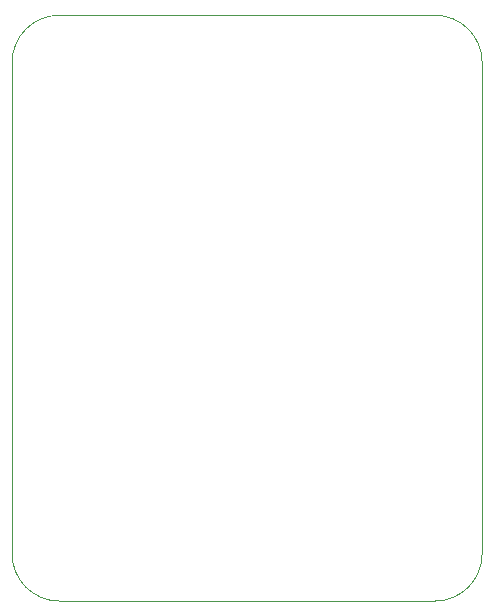
<source format=gbr>
%TF.GenerationSoftware,KiCad,Pcbnew,9.0.2*%
%TF.CreationDate,2025-07-21T15:30:36-04:00*%
%TF.ProjectId,Three Phase Current Sensor,54687265-6520-4506-9861-736520437572,rev?*%
%TF.SameCoordinates,Original*%
%TF.FileFunction,Profile,NP*%
%FSLAX46Y46*%
G04 Gerber Fmt 4.6, Leading zero omitted, Abs format (unit mm)*
G04 Created by KiCad (PCBNEW 9.0.2) date 2025-07-21 15:30:36*
%MOMM*%
%LPD*%
G01*
G04 APERTURE LIST*
%TA.AperFunction,Profile*%
%ADD10C,0.050000*%
%TD*%
G04 APERTURE END LIST*
D10*
X91600000Y-87800000D02*
X59800000Y-87800000D01*
X55800000Y-83800000D02*
X55800000Y-42200000D01*
X55800000Y-42200000D02*
G75*
G02*
X59800000Y-38200000I4000000J0D01*
G01*
X95600000Y-42200000D02*
X95600000Y-83800000D01*
X59800000Y-87800000D02*
G75*
G02*
X55800000Y-83800000I0J4000000D01*
G01*
X95600000Y-83800000D02*
G75*
G02*
X91600000Y-87800000I-4000000J0D01*
G01*
X59800000Y-38200000D02*
X91600000Y-38200000D01*
X91600000Y-38200000D02*
G75*
G02*
X95600000Y-42200000I0J-4000000D01*
G01*
M02*

</source>
